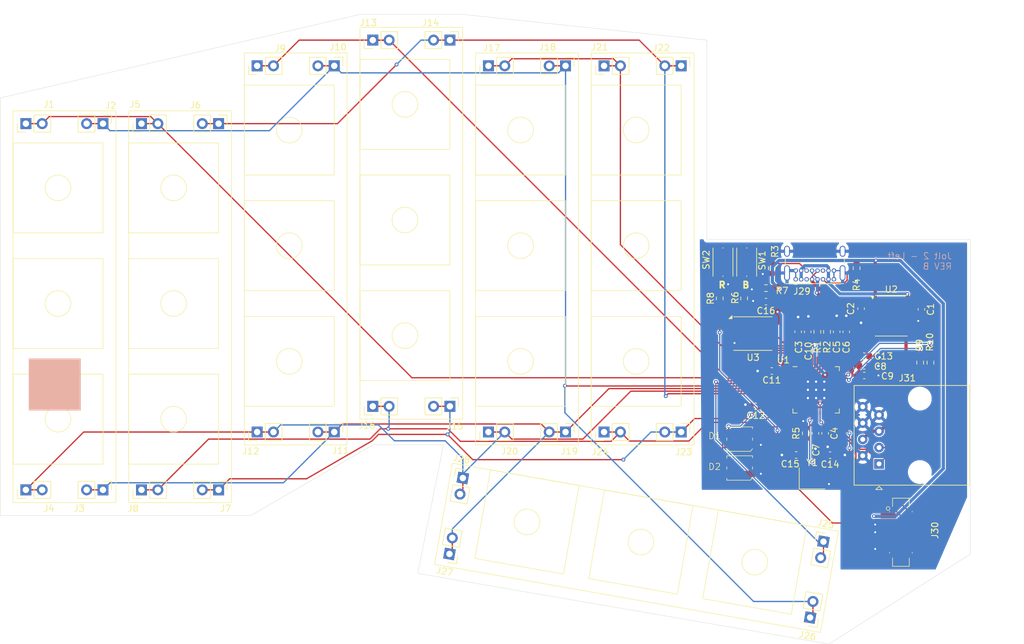
<source format=kicad_pcb>
(kicad_pcb (version 20240108) (generator "pcbnew") (generator_version "8.0")
  (layers (0 "F.Cu" signal) (31 "B.Cu" signal) (34 "B.Paste" user) (35 "F.Paste" user) (36 "B.SilkS" user "B.Silkscreen") (37 "F.SilkS" user "F.Silkscreen") (38 "B.Mask" user) (39 "F.Mask" user) (44 "Edge.Cuts" user))
  (net 0 "")
  (net 1 "/COL-A")
  (net 2 "/ROW-A")
  (net 3 "/ROW-B")
  (net 4 "/ROW-C")
  (net 5 "/ROW-D")
  (net 6 "/ROW-E")
  (net 7 "/ROW-F")
  (net 8 "/COL-B")
  (net 9 "/COL-C")
  (net 10 "/COL-D")
  (net 11 "Net-(SW2-B)")
  (net 26 "SERRX")
  (net 29 "SERTX")
  (net 30 "RUN")
  (net 32 "VBUS")
  (net 33 "GND")
  (net 37 "+3.3V")
  (net 38 "+1V1")
  (net 39 "/USB_D+")
  (net 40 "Net-(J29-CC2)")
  (net 41 "/USB_D-")
  (net 42 "Net-(J29-CC1)")
  (net 43 "Net-(U1-USB_DP)")
  (net 44 "Net-(U1-USB_DM)")
  (net 45 "Net-(U1-XIN)")
  (net 46 "Net-(C15-Pad2)")
  (net 47 "Net-(U1-XOUT)")
  (net 48 "Net-(SW1-B)")
  (net 49 "QSPI.SS")
  (net 50 "QSPI.SD1")
  (net 51 "QSPI.SCLK")
  (net 52 "QSPI.SD3")
  (net 53 "QSPI.SD2")
  (net 54 "QSPI.SD0")
  (net 55 "RGB")
  (net 56 "SWDIO")
  (net 57 "SWCLK")
  (net 61 "Net-(J31-Pad1)")
  (net 62 "Net-(J31-Pad3)")
  (net 63 "Net-(D1-DOUT)")
  (footprint "davidb-keyboard-foot:RP2040-QFN-56" (layer "F.Cu") (at 164 126.4375)
    (property "Reference" "U1")
    (property "Value" "RP2040")
  )
  (footprint "Button_Switch_SMD:SW_Push_1P1T_NO_CK_KMR2" (layer "F.Cu") (at 149.5 106.55 -90)
    (property "Reference" "SW2")
    (property "Value" "SW_SPST")
  )
  (footprint "Resistor_SMD:R_0603_1608Metric_Pad0.98x0.95mm_HandSolder" (layer "F.Cu") (at 180.2 122.2 90)
    (property "Reference" "R9")
    (property "Value" "27")
  )
  (footprint "Crystal:Crystal_SMD_Abracon_ABM8G-4Pin_3.2x2.5mm" (layer "F.Cu") (at 163.375 140.225)
    (property "Reference" "Y1")
    (property "Value" "ABM8-272-T3")
  )
  (footprint "davidb-keyboard-foot:Cortex-M-Debug10" (layer "F.Cu") (at 177.2 148.6)
    (property "Reference" "J30")
    (property "Value" "Conn_ARM_JTAG_SWD_10")
  )
  (footprint "Capacitor_SMD:C_0603_1608Metric" (layer "F.Cu") (at 157.1 123.5 180)
    (property "Reference" "C11")
    (property "Value" "100n")
  )
  (footprint "Capacitor_SMD:C_0603_1608Metric" (layer "F.Cu") (at 171 113.8 -90)
    (property "Reference" "C2")
    (property "Value" "10u")
  )
  (footprint "Connector_PinHeader_2.54mm:PinHeader_1x02_P2.54mm_Vertical" (layer "F.Cu") (at 95 72 90)
    (property "Reference" "J13")
    (property "Value" "Conn_01x02_Pin")
  )
  (footprint "Connector_PinHeader_2.54mm:PinHeader_1x02_P2.54mm_Vertical" (layer "F.Cu") (at 113 133 90)
    (property "Reference" "J20")
    (property "Value" "Conn_01x02_Pin")
  )
  (footprint "Capacitor_SMD:C_0603_1608Metric" (layer "F.Cu") (at 166.175 136.6 180)
    (property "Reference" "C14")
    (property "Value" "12p")
  )
  (footprint "Capacitor_SMD:C_0603_1608Metric" (layer "F.Cu") (at 171.5 122.7)
    (property "Reference" "C8")
    (property "Value" "100n")
  )
  (footprint "Connector_PinHeader_2.54mm:PinHeader_1x02_P2.54mm_Vertical" (layer "F.Cu") (at 89 76 -90)
    (property "Reference" "J10")
    (property "Value" "Conn_01x02_Pin")
  )
  (footprint "Connector_PinHeader_2.54mm:PinHeader_1x02_P2.54mm_Vertical" (layer "F.Cu") (at 165.150895 150.060515 -10)
    (property "Reference" "J25")
    (property "Value" "Conn_01x02_Pin")
  )
  (footprint "Package_SON:WSON-8-1EP_6x5mm_P1.27mm_EP3.4x4.3mm" (layer "F.Cu") (at 154.15 117.675)
    (property "Reference" "U3")
    (property "Value" "W25Q128JVP")
  )
  (footprint "Capacitor_SMD:C_0603_1608Metric" (layer "F.Cu") (at 160.9 136.575)
    (property "Reference" "C15")
    (property "Value" "12p")
  )
  (footprint "Connector_PinHeader_2.54mm:PinHeader_1x02_P2.54mm_Vertical" (layer "F.Cu") (at 59 85 90)
    (property "Reference" "J5")
    (property "Value" "Conn_01x02_Pin")
  )
  (footprint "Capacitor_SMD:C_0603_1608Metric" (layer "F.Cu") (at 165.4 133.2 -90)
    (property "Reference" "C4")
    (property "Value" "100n")
  )
  (footprint "Connector_PinHeader_2.54mm:PinHeader_1x02_P2.54mm_Vertical" (layer "F.Cu") (at 41 85 90)
    (property "Reference" "J1")
    (property "Value" "Conn_01x02_Pin")
  )
  (footprint "Connector_PinHeader_2.54mm:PinHeader_1x02_P2.54mm_Vertical" (layer "F.Cu") (at 77 133 90)
    (property "Reference" "J12")
    (property "Value" "Conn_01x02_Pin")
  )
  (footprint "davidb-keyboard-foot:SK6812-MINI-HS" (layer "F.Cu") (at 152.1 138.6 180)
    (property "Reference" "D2")
    (property "Value" "SK6812MINI-HS")
  )
  (footprint "Resistor_SMD:R_0603_1608Metric_Pad0.98x0.95mm_HandSolder" (layer "F.Cu") (at 181.8 122.2 90)
    (property "Reference" "R10")
    (property "Value" "27")
  )
  (footprint "Capacitor_SMD:C_0603_1608Metric" (layer "F.Cu") (at 163.9 133.2 -90)
    (property "Reference" "C7")
    (property "Value" "100n")
  )
  (footprint "davidb-keyboard-foot:SK6812-MINI-HS" (layer "F.Cu") (at 152.1 134.1 180)
    (property "Reference" "D1")
    (property "Value" "SK6812MINI-HS")
  )
  (footprint "Resistor_SMD:R_0603_1608Metric" (layer "F.Cu") (at 152.8 112.2 -90)
    (property "Reference" "R6")
    (property "Value" "1k")
  )
  (footprint "Connector_PinHeader_2.54mm:PinHeader_1x02_P2.54mm_Vertical" (layer "F.Cu") (at 53 85 -90)
    (property "Reference" "J2")
    (property "Value" "Conn_01x02_Pin")
  )
  (footprint "Connector_PinHeader_2.54mm:PinHeader_1x02_P2.54mm_Vertical" (layer "F.Cu") (at 77 76 90)
    (property "Reference" "J9")
    (property "Value" "Conn_01x02_Pin")
  )
  (footprint "Connector_PinHeader_2.54mm:PinHeader_1x02_P2.54mm_Vertical" (layer "F.Cu") (at 131 76 90)
    (property "Reference" "J21")
    (property "Value" "Conn_01x02_Pin")
  )
  (footprint "Resistor_SMD:R_0603_1608Metric" (layer "F.Cu") (at 165.7 117.4 90)
    (property "Reference" "R2")
    (property "Value" "27")
  )
  (footprint "Connector_PinHeader_2.54mm:PinHeader_1x02_P2.54mm_Vertical" (layer "F.Cu") (at 125 76 -90)
    (property "Reference" "J18")
    (property "Value" "Conn_01x02_Pin")
  )
  (footprint "Capacitor_SMD:C_0603_1608Metric" (layer "F.Cu") (at 162.7 117.4 90)
    (property "Reference" "C10")
    (property "Value" "100n")
  )
  (footprint "Resistor_SMD:R_0603_1608Metric" (layer "F.Cu") (at 157.1 107.5 -90)
    (property "Reference" "R3")
    (property "Value" "5.1k")
  )
  (footprint "Resistor_SMD:R_0603_1608Metric" (layer "F.Cu") (at 164.2 117.4 90)
    (property "Reference" "R1")
    (property "Value" "27")
  )
  (footprint "Capacitor_SMD:C_0603_1608Metric" (layer "F.Cu") (at 156.2 112.7 180)
    (property "Reference" "C16")
    (property "Value" "100n")
  )
  (footprint "Connector_RJ:RJ45_Amphenol_54602-x08_Horizontal" (layer "F.Cu") (at 173.8 137.96 90)
    (property "Reference" "J31")
    (property "Value" "RJ45")
  )
  (footprint "Connector_PinHeader_2.54mm:PinHeader_1x02_P2.54mm_Vertical" (layer "F.Cu") (at 107 129 -90)
    (property "Reference" "J15")
    (property "Value" "Conn_01x02_Pin")
  )
  (footprint "Resistor_SMD:R_0603_1608Metric" (layer "F.Cu") (at 156.2 110.6)
    (property "Reference" "R7")
    (property "Value" "10k")
  )
  (footprint "Button_Switch_SMD:SW_Push_1P1T_NO_CK_KMR2" (layer "F.Cu") (at 153.2 106.55 -90)
    (property "Reference" "SW1")
    (property "Value" "SW_SPST")
  )
  (footprint "Connector_PinHeader_2.54mm:PinHeader_1x02_P2.54mm_Vertical" (layer "F.Cu") (at 106.933075 151.980261 170)
    (property "Reference" "J27")
    (property "Value" "Conn_01x02_Pin")
  )
  (footprint "davidb-keyboard-foot:AP2112M-SO8" (layer "F.Cu") (at 175.7 114.9)
    (property "Reference" "U2")
    (property "Value" "AP2112-M3.3")
  )
  (footprint "Connector_PinHeader_2.54mm:PinHeader_1x02_P2.54mm_Vertical" (layer "F.Cu") (at 163.067117 161.878208 170)
    (property "Reference" "J26")
    (property "Value" "Conn_01x02_Pin")
  )
  (footprint "Connector_PinHeader_2.54mm:PinHeader_1x02_P2.54mm_Vertical" (layer "F.Cu") (at 113 76 90)
    (property "Reference" "J17")
    (property "Value" "Conn_01x02_Pin")
  )
  (footprint "Connector_PinHeader_2.54mm:PinHeader_1x02_P2.54mm_Vertical" (layer "F.Cu") (at 71 142 -90)
    (property "Reference" "J7")
    (property "Value" "Conn_01x02_Pin")
  )
  (footprint "Connector_PinHeader_2.54mm:PinHeader_1x02_P2.54mm_Vertical" (layer "F.Cu") (at 143 76 -90)
    (property "Reference" "J22")
    (property "Value" "Conn_01x02_Pin")
  )
  (footprint "Connector_PinHeader_2.54mm:PinHeader_1x02_P2.54mm_Vertical" (layer "F.Cu") (at 89 133 -90)
    (property "Reference" "J11")
    (property "Value" "Conn_01x02_Pin")
  )
  (footprint "Resistor_SMD:R_0603_1608Metric" (layer "F.Cu") (at 162.4 133.2 90)
    (property "Reference" "R5")
    (property "Value" "1k")
  )
  (footprint "Connector_PinHeader_2.54mm:PinHeader_1x02_P2.54mm_Vertical" (layer "F.Cu") (at 71 85 -90)
    (property "Reference" "J6")
    (property "Value" "Conn_01x02_Pin")
  )
  (footprint "Capacitor_SMD:C_0603_1608Metric" (layer "F.Cu") (at 167.2 117.4 90)
    (property "Reference" "C5")
    (property "Value" "1u")
  )
  (footprint "Connector_PinHeader_2.54mm:PinHeader_1x02_P2.54mm_Vertical" (layer "F.Cu") (at 131 133 90)
    (property "Reference" "J24")
    (property "Value" "Conn_01x02_Pin")
  )
  (footprint "Connector_PinHeader_2.54mm:PinHeader_1x02_P2.54mm_Vertical" (layer "F.Cu") (at 53 142 -90)
    (property "Reference" "J3")
    (property "Value" "Conn_01x02_Pin")
  )
  (footprint "davidb-keyboard-foot:USB_C_Receptacle_GCT_USB4085" (layer "F.Cu") (at 166.775 109.225 180)
    (property "Reference" "J29")
    (property "Value" "USB_C_Receptacle_USB2.0_14P")
  )
  (footprint "Connector_PinHeader_2.54mm:PinHeader_1x02_P2.54mm_Vertical" (layer "F.Cu") (at 125 133 -90)
    (property "Reference" "J19")
    (property "Value" "Conn_01x02_Pin")
  )
  (footprint "Resistor_SMD:R_0603_1608Metric" (layer "F.Cu") (at 170.3 107.5 -90)
    (property "Reference" "R4")
    (property "Value" "5.1k")
  )
  (footprint "Connector_PinHeader_2.54mm:PinHeader_1x02_P2.54mm_Vertical" (layer "F.Cu") (at 95 129 90)
    (property "Reference" "J16")
    (property "Value" "Conn_01x02_Pin")
  )
  (footprint "Capacitor_SMD:C_0603_1608Metric" (layer "F.Cu") (at 180.4 113.905 -90)
    (property "Reference" "C1")
    (property "Value" "10u")
  )
  (footprint "Connector_PinHeader_2.54mm:PinHeader_1x02_P2.54mm_Vertical" (layer "F.Cu") (at 41 142 90)
    (property "Reference" "J4")
    (property "Value" "Conn_01x02_Pin")
  )
  (footprint "Capacitor_SMD:C_0603_1608Metric" (layer "F.Cu") (at 171.5 121.2)
    (property "Reference" "C13")
    (property "Value" "100n")
  )
  (footprint "Capacitor_SMD:C_0603_1608Metric" (layer "F.Cu") (at 154.6 129 180)
    (property "Reference" "C12")
    (property "Value" "100n")
  )
  (footprint "Connector_PinHeader_2.54mm:PinHeader_1x02_P2.54mm_Vertical" (layer "F.Cu") (at 143 133 -90)
    (property "Reference" "J23")
    (property "Value" "Conn_01x02_Pin")
  )
  (footprint "Resistor_SMD:R_0603_1608Metric" (layer "F.Cu") (at 149 112.2 90)
    (property "Reference" "R8")
    (property "Value" "1k")
  )
  (footprint "Connector_PinHeader_2.54mm:PinHeader_1x02_P2.54mm_Vertical" (layer "F.Cu") (at 59 142 90)
    (property "Reference" "J8")
    (property "Value" "Conn_01x02_Pin")
  )
  (footprint "Capacitor_SMD:C_0603_1608Metric" (layer "F.Cu") (at 171.5 124.2)
    (property "Reference" "C9")
    (property "Value" "100n")
  )
  (footprint "Connector_PinHeader_2.54mm:PinHeader_1x02_P2.54mm_Vertical" (layer "F.Cu") (at 109.016853 140.162568 -10)
    (property "Reference" "J28")
    (property "Value" "Conn_01x02_Pin")
  )
  (footprint "Connector_PinHeader_2.54mm:PinHeader_1x02_P2.54mm_Vertical" (layer "F.Cu") (at 107 72 -90)
    (property "Reference" "J14")
    (property "Value" "Conn_01x02_Pin")
  )
  (footprint "Capacitor_SMD:C_0603_1608Metric" (layer "F.Cu") (at 168.7 117.4 90)
    (property "Reference" "C6")
    (property "Value" "1u")
  )
  (footprint "Capacitor_SMD:C_0603_1608Metric" (layer "F.Cu") (at 161.2 117.4 90)
    (property "Reference" "C3")
    (property "Value" "100n")
  )
  (gr_rect (start 41.5 121.6) (end 49.5 129.6) (stroke (width 0.1)) (fill solid) (layer "B.SilkS"))
  (gr_circle (center 136 86) (end 138 86) (stroke (width 0.1)) (fill none) (layer "F.SilkS"))
  (gr_rect (start 93 111) (end 107 125) (stroke (width 0.1)) (fill none) (layer "F.SilkS"))
  (gr_rect (start 111 115) (end 125 129) (stroke (width 0.1)) (fill none) (layer "F.SilkS"))
  (gr_circle (center 100 82) (end 102 82) (stroke (width 0.1)) (fill none) (layer "F.SilkS"))
  (gr_rect (start 39 88) (end 53 102) (stroke (width 0.1)) (fill none) (layer "F.SilkS"))
  (gr_rect (start 57 106) (end 71 120) (stroke (width 0.1)) (fill none) (layer "F.SilkS"))
  (gr_rect (start 129 97) (end 143 111) (stroke (width 0.1)) (fill none) (layer "F.SilkS"))
  (gr_rect (start 75 115) (end 89 129) (stroke (width 0.1)) (fill none) (layer "F.SilkS"))
  (gr_circle (center 46 95) (end 48 95) (stroke (width 0.1)) (fill none) (layer "F.SilkS"))
  (gr_poly (pts (xy 107.394534 137.845657) (xy 167.467807 148.438195) (xy 164.689436 164.195119) (xy 104.616163 153.602581)) (stroke (width 0.1)) (fill none) (layer "F.SilkS"))
  (gr_circle (center 82 122) (end 84 122) (stroke (width 0.1)) (fill none) (layer "F.SilkS"))
  (gr_rect (start 129 74) (end 145 135) (stroke (width 0.1)) (fill none) (layer "F.SilkS"))
  (gr_rect (start 111 74) (end 127 135) (stroke (width 0.1)) (fill none) (layer "F.SilkS"))
  (gr_rect (start 75 97) (end 89 111) (stroke (width 0.1)) (fill none) (layer "F.SilkS"))
  (gr_rect (start 93 93) (end 107 107) (stroke (width 0.1)) (fill none) (layer "F.SilkS"))
  (gr_circle (center 136 104) (end 138 104) (stroke (width 0.1)) (fill none) (layer "F.SilkS"))
  (gr_rect (start 111 97) (end 125 111) (stroke (width 0.1)) (fill none) (layer "F.SilkS"))
  (gr_rect (start 57 124) (end 71 138) (stroke (width 0.1)) (fill none) (layer "F.SilkS"))
  (gr_circle (center 100 118) (end 102 118) (stroke (width 0.1)) (fill none) (layer "F.SilkS"))
  (gr_rect (start 75 79) (end 89 93) (stroke (width 0.1)) (fill none) (layer "F.SilkS"))
  (gr_circle (center 64 131) (end 66 131) (stroke (width 0.1)) (fill none) (layer "F.SilkS"))
  (gr_poly (pts (xy 144.835731 144.44755) (xy 131.048423 142.016475) (xy 128.617348 155.803784) (xy 142.404657 158.234858)) (stroke (width 0.1)) (fill none) (layer "F.SilkS"))
  (gr_circle (center 118 122) (end 120 122) (stroke (width 0.1)) (fill none) (layer "F.SilkS"))
  (gr_circle (center 119 147) (end 118.652704 148.969615) (stroke (width 0.1)) (fill none) (layer "F.SilkS"))
  (gr_circle (center 136 122) (end 138 122) (stroke (width 0.1)) (fill none) (layer "F.SilkS"))
  (gr_circle (center 154.453079 153.251334) (end 154.105783 155.22095) (stroke (width 0.1)) (fill none) (layer "F.SilkS"))
  (gr_poly (pts (xy 162.562271 147.573217) (xy 148.774962 145.142143) (xy 146.343888 158.929451) (xy 160.131196 161.360526)) (stroke (width 0.1)) (fill none) (layer "F.SilkS"))
  (gr_circle (center 82 86) (end 84 86) (stroke (width 0.1)) (fill none) (layer "F.SilkS"))
  (gr_circle (center 118 86) (end 120 86) (stroke (width 0.1)) (fill none) (layer "F.SilkS"))
  (gr_rect (start 39 83) (end 55 144) (stroke (width 0.1)) (fill none) (layer "F.SilkS"))
  (gr_rect (start 93 75) (end 107 89) (stroke (width 0.1)) (fill none) (layer "F.SilkS"))
  (gr_circle (center 64 95) (end 66 95) (stroke (width 0.1)) (fill none) (layer "F.SilkS"))
  (gr_circle (center 100 100) (end 102 100) (stroke (width 0.1)) (fill none) (layer "F.SilkS"))
  (gr_rect (start 39 124) (end 53 138) (stroke (width 0.1)) (fill none) (layer "F.SilkS"))
  (gr_circle (center 118 104) (end 120 104) (stroke (width 0.1)) (fill none) (layer "F.SilkS"))
  (gr_rect (start 93 70) (end 109 131) (stroke (width 0.1)) (fill none) (layer "F.SilkS"))
  (gr_rect (start 57 83) (end 73 144) (stroke (width 0.1)) (fill none) (layer "F.SilkS"))
  (gr_circle (center 46 131) (end 48 131) (stroke (width 0.1)) (fill none) (layer "F.SilkS"))
  (gr_rect (start 39 106) (end 53 120) (stroke (width 0.1)) (fill none) (layer "F.SilkS"))
  (gr_circle (center 136.72654 150.125667) (end 136.379243 152.095282) (stroke (width 0.1)) (fill none) (layer "F.SilkS"))
  (gr_rect (start 75 74) (end 91 135) (stroke (width 0.1)) (fill none) (layer "F.SilkS"))
  (gr_rect (start 57 88) (end 71 102) (stroke (width 0.1)) (fill none) (layer "F.SilkS"))
  (gr_circle (center 46 113) (end 48 113) (stroke (width 0.1)) (fill none) (layer "F.SilkS"))
  (gr_rect (start 129 115) (end 143 129) (stroke (width 0.1)) (fill none) (layer "F.SilkS"))
  (gr_poly (pts (xy 127.109192 141.321883) (xy 113.321883 138.890808) (xy 110.890809 152.678117) (xy 124.678117 155.109191)) (stroke (width 0.1)) (fill none) (layer "F.SilkS"))
  (gr_rect (start 111 79) (end 125 93) (stroke (width 0.1)) (fill none) (layer "F.SilkS"))
  (gr_rect (start 129 79) (end 143 93) (stroke (width 0.1)) (fill none) (layer "F.SilkS"))
  (gr_circle (center 82 104) (end 84 104) (stroke (width 0.1)) (fill none) (layer "F.SilkS"))
  (gr_circle (center 64 113) (end 66 113) (stroke (width 0.1)) (fill none) (layer "F.SilkS"))
  (gr_poly (pts (xy 188 103) (xy 147 103) (xy 147 72) (xy 109 68) (xy 93 68) (xy 37 81) (xy 37 146) (xy 76 146) (xy 95 135) (xy 106 135) (xy 102 155) (xy 166 166) (xy 188 152)) (stroke (width 0.05)) (fill none) (layer "Edge.Cuts"))
  (gr_text "Jolt 2 - Left\nREV B" (at 185.2 107.8 0) (layer "B.SilkS") (effects (font (size 1 1) (thickness 0.1)) (justify left bottom mirror)))
  (gr_text "B" (at 152.4 110.7 0) (layer "F.SilkS") (effects (font (size 1 1) (thickness 0.25) (bold yes)) (justify left bottom)))
  (gr_text "R" (at 148.7 110.7 0) (layer "F.SilkS") (effects (font (size 1 1) (thickness 0.25) (bold yes)) (justify left bottom)))
  (segment (start 59 85) (end 61.54 85) (width 0.2) (layer "F.Cu") (net 1))
  (segment (start 60.44 83.9) (end 61.54 85) (width 0.2) (layer "F.Cu") (net 1))
  (segment (start 149.156739 125.0375) (end 148.669239 124.55) (width 0.2) (layer "F.Cu") (net 1))
  (segment (start 160.5625 125.0375) (end 149.156739 125.0375) (width 0.2) (layer "F.Cu") (net 1))
  (segment (start 148.669239 124.55) (end 101.09 124.55) (width 0.2) (layer "F.Cu") (net 1))
  (segment (start 44.64 83.9) (end 60.44 83.9) (width 0.2) (layer "F.Cu") (net 1))
  (segment (start 101.09 124.55) (end 61.54 85) (width 0.2) (layer "F.Cu") (net 1))
  (segment (start 41 85) (end 43.54 85) (width 0.2) (layer "F.Cu") (net 1))
  (segment (start 43.54 85) (end 44.64 83.9) (width 0.2) (layer "F.Cu") (net 1))
  (segment (start 50.46 85) (end 53 85) (width 0.2) (layer "F.Cu") (net 2))
  (segment (start 163.508183 159.376796) (end 163.508183 161.437142) (width 0.2) (layer "F.Cu") (net 2))
  (segment (start 163.508183 161.437142) (end 163.067117 161.878208) (width 0.2) (layer "F.Cu") (net 2))
  (segment (start 124.9375 125.8375) (end 124.9 125.8) (width 0.2) (layer "F.Cu") (net 2))
  (segment (start 122.46 76) (end 125 76) (width 0.2) (layer "F.Cu") (net 2))
  (segment (start 86.46 76) (end 89 76) (width 0.2) (layer "F.Cu") (net 2))
  (segment (start 160.5625 125.8375) (end 124.9375 125.8375) (width 0.2) (layer "F.Cu") (net 2))
  (via (at 124.9 125.8) (size 0.6) (drill 0.3) (layers "F.Cu" "B.Cu") (net 2))
  (segment (start 125 76) (end 123.9 77.1) (width 0.2) (layer "B.Cu") (net 2))
  (segment (start 123.9 77.1) (end 90.1 77.1) (width 0.2) (layer "B.Cu") (net 2))
  (segment (start 124.9 130) (end 154.276796 159.376796) (width 0.2) (layer "B.Cu") (net 2))
  (segment (start 154.276796 159.376796) (end 163.508183 159.376796) (width 0.2) (layer "B.Cu") (net 2))
  (segment (start 124.9 125.8) (end 124.9 130) (width 0.2) (layer "B.Cu") (net 2))
  (segment (start 89 76) (end 78.9 86.1) (width 0.2) (layer "B.Cu") (net 2))
  (segment (start 90.1 77.1) (end 89 76) (width 0.2) (layer "B.Cu") (net 2))
  (segment (start 124.9 125.8) (end 125 125.7) (width 0.2) (layer "B.Cu") (net 2))
  (segment (start 125 125.7) (end 125 76) (width 0.2) (layer "B.Cu") (net 2))
  (segment (start 54.1 86.1) (end 53 85) (width 0.2) (layer "B.Cu") (net 2))
  (segment (start 78.9 86.1) (end 54.1 86.1) (width 0.2) (layer "B.Cu") (net 2))
  (segment (start 131.7625 126.2375) (end 125 133) (width 0.2) (layer "F.Cu") (net 3))
  (segment (start 121.21 131.75) (end 90.25 131.75) (width 0.2) (layer "F.Cu") (net 3))
  (segment (start 122.46 133) (end 121.21 131.75) (width 0.2) (layer "F.Cu") (net 3))
  (segment (start 160.5625 126.2375) (end 131.7625 126.2375) (width 0.2) (layer "F.Cu") (net 3))
  (segment (start 107.374141 151.539195) (end 106.933075 151.980261) (width 0.2) (layer "F.Cu") (net 3))
  (segment (start 107.374141 149.478849) (end 107.374141 151.539195) (width 0.2) (layer "F.Cu") (net 3))
  (segment (start 50.46 142) (end 53 142) (width 0.2) (layer "F.Cu") (net 3))
  (segment (start 90.25 131.75) (end 89 133) (width 0.2) (layer "F.Cu") (net 3))
  (segment (start 122.46 133) (end 125 133) (width 0.2) (layer "F.Cu") (net 3))
  (segment (start 86.46 133) (end 89 133) (width 0.2) (layer "F.Cu") (net 3))
  (segment (start 53 142) (end 54.1 140.9) (width 0.2) (layer "B.Cu") (net 3))
  (segment (start 81.1 140.9) (end 89 133) (width 0.2) (layer "B.Cu") (net 3))
  (segment (start 54.1 140.9) (end 81.1 140.9) (width 0.2) (layer "B.Cu") (net 3))
  (segment (start 107.374141 149.478849) (end 107.374141 148.085859) (width 0.2) (layer "B.Cu") (net 3))
  (segment (start 107.374141 148.085859) (end 122.46 133) (width 0.2) (layer "B.Cu") (net 3))
  (segment (start 135.1625 126.6375) (end 127.7 134.1) (width 0.2) (layer "F.Cu") (net 4))
  (segment (start 50 133) (end 77 133) (width 0.2) (layer "F.Cu") (net 4))
  (segment (start 127.7 134.1) (end 116.64 134.1) (width 0.2) (layer "F.Cu") (net 4))
  (segment (start 116.64 134.1) (end 115.54 133) (width 0.2) (layer "F.Cu") (net 4))
  (segment (start 41 142) (end 43.54 142) (width 0.2) (layer "F.Cu") (net 4))
  (segment (start 160.5625 126.6375) (end 135.1625 126.6375) (width 0.2) (layer "F.Cu") (net 4))
  (segment (start 41 142) (end 50 133) (width 0.2) (layer "F.Cu") (net 4))
  (segment (start 113 133) (end 115.54 133) (width 0.2) (layer "F.Cu") (net 4))
  (segment (start 77 133) (end 79.54 133) (width 0.2) (layer "F.Cu") (net 4))
  (segment (start 109.016853 142.222914) (end 108.575787 142.66398) (width 0.2) (layer "F.Cu") (net 4))
  (segment (start 109.016853 140.162568) (end 109.016853 142.222914) (width 0.2) (layer "F.Cu") (net 4))
  (segment (start 79.54 133) (end 80.64 131.9) (width 0.2) (layer "B.Cu") (net 4))
  (segment (start 109.016853 140.162568) (end 109.016853 139.523147) (width 0.2) (layer "B.Cu") (net 4))
  (segment (start 80.64 131.9) (end 95.9 131.9) (width 0.2) (layer "B.Cu") (net 4))
  (segment (start 109.016853 139.523147) (end 115.54 133) (width 0.2) (layer "B.Cu") (net 4))
  (segment (start 95.9 131.9) (end 98.362912 134.362912) (width 0.2) (layer "B.Cu") (net 4))
  (segment (start 109.016853 137.115873) (end 109.016853 140.162568) (width 0.2) (layer "B.Cu") (net 4))
  (segment (start 98.362912 134.362912) (end 106.263892 134.362912) (width 0.2) (layer "B.Cu") (net 4))
  (segment (start 106.263892 134.362912) (end 109.016853 137.115873) (width 0.2) (layer "B.Cu") (net 4))
  (segment (start 107 72) (end 136.46 72) (width 0.2) (layer "F.Cu") (net 5))
  (segment (start 140.46 76) (end 143 76) (width 0.2) (layer "F.Cu") (net 5))
  (segment (start 160.5625 127.0375) (end 140.962506 127.0375) (width 0.2) (layer "F.Cu") (net 5))
  (segment (start 140.962506 127.0375) (end 140.600006 127.4) (width 0.2) (layer "F.Cu") (net 5))
  (segment (start 136.46 72) (end 140.46 76) (width 0.2) (layer "F.Cu") (net 5))
  (segment (start 71 85) (end 89.5 85) (width 0.2) (layer "F.Cu") (net 5))
  (segment (start 71 85) (end 68.46 85) (width 0.2) (layer "F.Cu") (net 5))
  (segment (start 104.46 72) (end 107 72) (width 0.2) (layer "F.Cu") (net 5))
  (segment (start 89.5 85) (end 98.7 75.8) (width 0.2) (layer "F.Cu") (net 5))
  (via (at 98.7 75.8) (size 0.6) (drill 0.3) (layers "F.Cu" "B.Cu") (net 5))
  (via (at 140.600006 127.4) (size 0.6) (drill 0.3) (layers "F.Cu" "B.Cu") (net 5))
  (segment (start 98.7 75.8) (end 102.5 72) (width 0.2) (layer "B.Cu") (net 5))
  (segment (start 102.5 72) (end 104.46 72) (width 0.2) (layer "B.Cu") (net 5))
  (segment (start 140.46 76) (end 140.46 127.259994) (width 0.2) (layer "B.Cu") (net 5))
  (segment (start 140.46 127.259994) (end 140.600006 127.4) (width 0.2) (layer "B.Cu") (net 5))
  (segment (start 71 142) (end 72.722575 140.277425) (width 0.2) (layer "F.Cu") (net 6))
  (segment (start 94.914461 134.356222) (end 95.89893 133.371753) (width 0.2) (layer "F.Cu") (net 6))
  (segment (start 84.686929 140.277425) (end 94.914461 134.356222) (width 0.2) (layer "F.Cu") (net 6))
  (segment (start 160.5625 127.8375) (end 157.690486 127.8375) (width 0.2) (layer "F.Cu") (net 6))
  (segment (start 110.556494 137.3) (end 106.628247 133.371753) (width 0.2) (layer "F.Cu") (net 6))
  (segment (start 145.1 130.9) (end 143 133) (width 0.2) (layer "F.Cu") (net 6))
  (segment (start 140.46 133) (end 143 133) (width 0.2) (layer "F.Cu") (net 6))
  (segment (start 134 137.3) (end 110.556494 137.3) (width 0.2) (layer "F.Cu") (net 6))
  (segment (start 157.690486 127.8375) (end 154.627986 130.9) (width 0.2) (layer "F.Cu") (net 6))
  (segment (start 68.46 142) (end 71 142) (width 0.2) (layer "F.Cu") (net 6))
  (segment (start 104.46 129) (end 107 129) (width 0.2) (layer "F.Cu") (net 6))
  (segment (start 154.627986 130.9) (end 145.1 130.9) (width 0.2) (layer "F.Cu") (net 6))
  (segment (start 72.722575 140.277425) (end 84.686929 140.277425) (width 0.2) (layer "F.Cu") (net 6))
  (segment (start 95.89893 133.371753) (end 106.628247 133.371753) (width 0.2) (layer "F.Cu") (net 6))
  (via (at 106.628247 133.371753) (size 0.6) (drill 0.3) (layers "F.Cu" "B.Cu") (net 6))
  (via (at 134 137.3) (size 0.6) (drill 0.3) (layers "F.Cu" "B.Cu") (net 6))
  (segment (start 143 133) (end 138.3 133) (width 0.2) (layer "B.Cu") (net 6))
  (segment (start 107 129) (end 107 133) (width 0.2) (layer "B.Cu") (net 6))
  (segment (start 107 133) (end 106.628247 133.371753) (width 0.2) (layer "B.Cu") (net 6))
  (segment (start 138.3 133) (end 134 137.3) (width 0.2) (layer "B.Cu") (net 6))
  (segment (start 144.2 134.4) (end 134.94 134.4) (width 0.2) (layer "F.Cu") (net 7))
  (segment (start 160.5625 128.2375) (end 157.78546 128.2375) (width 0.2) (layer "F.Cu") (net 7))
  (segment (start 97.4 132.5) (end 96.156497 132.5) (width 0.2) (layer "F.Cu") (net 7))
  (segment (start 134.94 134.4) (end 133.54 133) (width 0.2) (layer "F.Cu") (net 7))
  (segment (start 155.8 131.5) (end 147.1 131.5) (width 0.2) (layer "F.Cu") (net 7))
  (segment (start 106.675734 132.5) (end 97.4 132.5) (width 0.2) (layer "F.Cu") (net 7))
  (segment (start 95 129) (end 97.54 129) (width 0.2) (layer "F.Cu") (net 7))
  (segment (start 94.556497 134.1) (end 69.44 134.1) (width 0.2) (layer "F.Cu") (net 7))
  (segment (start 69.44 134.1) (end 61.54 142) (width 0.2) (layer "F.Cu") (net 7))
  (segment (start 131 133) (end 133.54 133) (width 0.2) (layer "F.Cu") (net 7))
  (segment (start 108.625734 134.45) (end 106.675734 132.5) (width 0.2) (layer "F.Cu") (net 7))
  (segment (start 96.156497 132.5) (end 94.556497 134.1) (width 0.2) (layer "F.Cu") (net 7))
  (segment (start 59 142) (end 61.54 142) (width 0.2) (layer "F.Cu") (net 7))
  (segment (start 147.1 131.5) (end 144.2 134.4) (width 0.2) (layer "F.Cu") (net 7))
  (segment (start 132.09 134.45) (end 108.625734 134.45) (width 0.2) (layer "F.Cu") (net 7))
  (segment (start 157.78546 129.51454) (end 155.8 131.5) (width 0.2) (layer "F.Cu") (net 7))
  (segment (start 133.54 133) (end 132.09 134.45) (width 0.2) (layer "F.Cu") (net 7))
  (segment (start 157.78546 128.2375) (end 157.78546 129.51454) (width 0.2) (layer "F.Cu") (net 7))
  (via (at 97.4 132.5) (size 0.6) (drill 0.3) (layers "F.Cu" "B.Cu") (net 7))
  (segment (start 97.4 132.5) (end 97.4 132.2) (width 0.2) (layer "B.Cu") (net 7))
  (segment (start 97.4 132.2) (end 97.54 132.06) (width 0.2) (layer "B.Cu") (net 7))
  (segment (start 97.54 132.06) (end 97.54 129) (width 0.2) (layer "B.Cu") (net 7))
  (segment (start 150.1775 124.6375) (end 97.54 72) (width 0.2) (layer "F.Cu") (net 8))
  (segment (start 95 72) (end 97.54 72) (width 0.2) (layer "F.Cu") (net 8))
  (segment (start 160.5625 124.6375) (end 150.1775 124.6375) (width 0.2) (layer "F.Cu") (net 8))
  (segment (start 97.54 72) (end 83.54 72) (width 0.2) (layer "F.Cu") (net 8))
  (segment (start 77 76) (end 79.54 76) (width 0.2) (layer "F.Cu") (net 8))
  (segment (start 83.54 72) (end 79.54 76) (width 0.2) (layer "F.Cu") (net 8))
  (segment (start 116.64 74.9) (end 115.54 76) (width 0.2) (layer "F.Cu") (net 9))
  (segment (start 160.5625 124.2375) (end 153.942524 124.2375) (width 0.2) (layer "F.Cu") (net 9))
  (segment (start 133.54 76) (end 132.44 74.9) (width 0.2) (layer "F.Cu") (net 9))
  (segment (start 133.54 103.834976) (end 133.54 76) (width 0.2) (layer "F.Cu") (net 9))
  (segment (start 131 76) (end 133.54 76) (width 0.2) (layer "F.Cu") (net 9))
  (segment (start 113 76) (end 115.54 76) (width 0.2) (layer "F.Cu") (net 9))
  (segment (start 132.44 74.9) (end 116.64 74.9) (width 0.2) (layer "F.Cu") (net 9))
  (segment (start 153.942524 124.2375) (end 133.54 103.834976) (width 0.2) (layer "F.Cu") (net 9))
  (segment (start 165.150895 150.060515) (end 165.150895 152.120861) (width 0.2) (layer "F.Cu") (net 10))
  (segment (start 160.5625 125.4375) (end 148.6375 125.4375) (width 0.2) (layer "F.Cu") (net 10))
  (segment (start 148.6375 125.4375) (end 148.4 125.2) (width 0.2) (layer "F.Cu") (net 10))
  (segment (start 165.150895 152.120861) (end 164.709829 152.561927) (width 0.2) (layer "F.Cu") (net 10))
  (via (at 148.4 125.2) (size 0.6) (drill 0.3) (layers "F.Cu" "B.Cu") (net 10))
  (segment (start 148.4 125.2) (end 148.4 134.172733) (width 0.2) (layer "B.Cu") (net 10))
  (segment (start 148.4 134.172733) (end 164.287782 150.060515) (width 0.2) (layer "B.Cu") (net 10))
  (segment (start 164.287782 150.060515) (end 165.150895 150.060515) (width 0.2) (layer "B.Cu") (net 10))
  (segment (start 148.7 104.5) (end 148.7 108.6) (width 0.2) (layer "F.Cu") (net 11))
  (segment (start 148.7 108.6) (end 148.7 111.075) (width 0.2) (layer "F.Cu") (net 11))
  (segment (start 148.7 111.075) (end 149 111.375) (width 0.2) (layer "F.Cu") (net 11))
  (segment (start 181.8 119.7) (end 181.8 121.2875) (width 0.2) (layer "F.Cu") (net 26))
  (segment (start 167.4375 124.2375) (end 168.821456 124.2375) (width 0.2) (layer "F.Cu") (net 26))
  (segment (start 168.821456 124.2375) (end 169.003458 124.055498) (width 0.2) (layer "F.Cu") (net 26))
  (segment (start 181.7 119.2) (end 181.7 119.6) (width 0.2) (layer "F.Cu") (net 26))
  (segment (start 181.7 119.6) (end 181.8 119.7) (width 0.2) (layer "F.Cu") (net 26))
  (via (at 181.7 119.2) (size 0.6) (drill 0.3) (layers "F.Cu" "B.Cu") (net 26))
  (via (at 169.003458 124.055498) (size 0.6) (drill 0.3) (layers "F.Cu" "B.Cu") (net 26))
  (segment (start 181.7 119.2) (end 173.858956 119.2) (width 0.2) (layer "B.Cu") (net 26))
  (segment (start 173.858956 119.2) (end 169.003458 124.055498) (width 0.2) (layer "B.Cu") (net 26))
  (segment (start 180.2 120) (end 180.2 121.2875) (width 0.2) (layer "F.Cu") (net 29))
  (segment (start 167.4375 124.6375) (end 168.8375 124.6375) (width 0.2) (layer "F.Cu") (net 29))
  (segment (start 168.8375 124.6375) (end 169.1 124.9) (width 0.2) (layer "F.Cu") (net 29))
  (via (at 169.1 124.9) (size 0.6) (drill 0.3) (layers "F.Cu" "B.Cu") (net 29))
  (via (at 180.2 120) (size 0.6) (drill 0.3) (layers "F.Cu" "B.Cu") (net 29))
  (segment (start 174 120) (end 180.2 120) (width 0.2) (layer "B.Cu") (net 29))
  (segment (start 169.1 124.9) (end 174 120) (width 0.2) (layer "B.Cu") (net 29))
  (segment (start 169.2 135.5) (end 169.2 147.16) (width 0.2) (layer "F.Cu") (net 30))
  (segment (start 169.2 147.16) (end 172.56 150.52) (width 0.2) (layer "F.Cu") (net 30))
  (segment (start 165.8 129.875) (end 165.8 130.33815) (width 0.2) (layer "F.Cu") (net 30))
  (segment (start 166.56 147.16) (end 158 138.6) (width 0.2) (layer "F.Cu") (net 30))
  (segment (start 149 113.025) (end 149 117.5) (width 0.2) (layer "F.Cu") (net 30))
  (segment (start 158 138.6) (end 158 132.737378) (width 0.2) (layer "F.Cu") (net 30))
  (segment (start 165.8 130.33815) (end 166.16185 130.7) (width 0.2) (layer "F.Cu") (net 30))
  (segment (start 166.16185 130.7) (end 166.7 130.7) (width 0.2) (layer "F.Cu") (net 30))
  (segment (start 178.53 150.52) (end 179.15 151.14) (width 0.2) (layer "F.Cu") (net 30))
  (segment (start 172.56 150.52) (end 178.53 150.52) (width 0.2) (layer "F.Cu") (net 30))
  (segment (start 166.7 130.7) (end 169.2 133.2) (width 0.2) (layer "F.Cu") (net 30))
  (segment (start 169.2 147.16) (end 166.56 147.16) (width 0.2) (layer "F.Cu") (net 30))
  (via (at 149 117.5) (size 0.6) (drill 0.3) (layers "F.Cu" "B.Cu") (net 30))
  (via (at 169.2 133.2) (size 0.6) (drill 0.3) (layers "F.Cu" "B.Cu") (net 30))
  (via (at 169.2 135.5) (size 0.6) (drill 0.3) (layers "F.Cu" "B.Cu") (net 30))
  (via (at 158 132.737378) (size 0.6) (drill 0.3) (layers "F.Cu" "B.Cu") (net 30))
  (segment (start 149 123.5) (end 158 132.5) (width 0.2) (layer "B.Cu") (net 30))
  (segment (start 158 132.5) (end 158 132.737378) (width 0.2) (layer "B.Cu") (net 30))
  (segment (start 169.2 133.2) (end 169.2 135.5) (width 0.2) (layer "B.Cu") (net 30))
  (segment (start 149 117.5) (end 149 123.5) (width 0.2) (layer "B.Cu") (net 30))
  (segment (start 178.2 112.995) (end 178.205 113) (width 0.5) (layer "F.Cu") (net 32))
  (segment (start 178 117.005) (end 178 128.83) (width 0.5) (layer "F.Cu") (net 32))
  (segment (start 172.53 132.88) (end 171.26 134.15) (width 0.5) (layer "F.Cu") (net 32))
  (segment (start 178.205 113) (end 179.97 113) (width 0.5) (layer "F.Cu") (net 32))
  (segment (start 177.0475 116.056928) (end 177.795572 116.805) (width 0.5) (layer "F.Cu") (net 32))
  (segment (start 177.495572 113.295) (end 177.0475 113.743072) (width 0.5) (layer "F.Cu") (net 32))
  (segment (start 178.2 112.995) (end 177.9 113.295) (width 0.5) (layer "F.Cu") (net 32))
  (segment (start 180.1 113.13) (end 180.4 113.13) (width 0.2) (layer "F.Cu") (net 32))
  (segment (start 178 128.83) (end 173.95 132.88) (width 0.5) (layer "F.Cu") (net 32))
  (segment (start 178.2 111.5) (end 178.2 112.995) (width 0.5) (layer "F.Cu") (net 32))
  (segment (start 177.795572 116.805) (end 178.2 116.805) (width 0.5) (layer "F.Cu") (net 32))
  (segment (start 178.2 116.805) (end 178 117.005) (width 0.5) (layer "F.Cu") (net 32))
  (segment (start 179.97 113) (end 180.1 113.13) (width 0.2) (layer "F.Cu") (net 32))
  (segment (start 173.8 132.88) (end 172.53 132.88) (width 0.5) (layer "F.Cu") (net 32))
  (segment (start 177.0475 113.743072) (end 177.0475 116.056928) (width 0.5) (layer "F.Cu") (net 32))
  (segment (start 173.95 132.88) (end 173.8 132.88) (width 0.5) (layer "F.Cu") (net 32))
  (segment (start 177.9 113.295) (end 177.495572 113.295) (width 0.5) (layer "F.Cu") (net 32))
  (via (at 178.2 111.5) (size 0.6) (drill 0.3) (layers "F.Cu" "B.Cu") (net 32))
  (segment (start 165.925 109.225) (end 165.925 109.719974) (width 0.5) (layer "B.Cu") (net 32))
  (segment (start 162.214339 107.125) (end 161.675 107.664339) (width 0.5) (layer "B.Cu") (net 32))
  (segment (start 161.675 107.875) (end 161.675 109.225) (width 0.5) (layer "B.Cu") (net 32))
  (segment (start 167.705026 111.5) (end 178.2 111.5) (width 0.5) (layer "B.Cu") (net 32))
  (segment (start 161.675 107.664339) (end 161.675 107.875) (width 0.5) (layer "B.Cu") (net 32))
  (segment (start 165.925 107.875) (end 165.925 107.380026) (width 0.5) (layer "B.Cu") (net 32))
  (segment (start 165.925 109.719974) (end 167.705026 111.5) (width 0.5) (layer "B.Cu") (net 32))
  (segment (start 165.925 107.380026) (end 165.669974 107.125) (width 0.5) (layer "B.Cu") (net 32))
  (segment (start 165.925 107.875) (end 165.925 109.225) (width 0.5) (layer "B.Cu") (net 32))
  (segment (start 165.669974 107.125) (end 162.214339 107.125) (width 0.5) (layer "B.Cu") (net 32))
  (segment (start 168.7 116.625) (end 168.7 114.900008) (width 0.2) (layer "F.Cu") (net 33))
  (segment (start 153.825 129) (end 153.260662 129) (width 0.2) (layer "F.Cu") (net 33))
  (segment (start 162.275 139.375) (end 162.775 139.375) (width 0.2) (layer "F.Cu") (net 33))
  (segment (start 173.26 151.14) (end 173.2 151.2) (width 0.2) (layer "F.Cu") (net 33))
  (segment (start 160.125 136.575) (end 158.675 136.575) (width 0.2) (layer "F.Cu") (net 33))
  (segment (start 167.2 116.625) (end 167.2 114.900004) (width 0.2) (layer "F.Cu") (net 33))
  (segment (start 172.275 122.7) (end 173.7 122.7) (width 0.2) (layer "F.Cu") (net 33))
  (segment (start 173.27 147.33) (end 173.2 147.4) (width 0.2) (layer "F.Cu") (net 33))
  (segment (start 172.275 121.2) (end 173.7 121.2) (width 0.2) (layer "F.Cu") (net 33))
  (segment (start 165.975 141.075) (end 166 141.1) (width 0.2) (layer "F.Cu") (net 33))
  (segment (start 153.260662 129) (end 152.998267 128.737605) (width 0.2) (layer "F.Cu") (net 33))
  (segment (start 173.7 121.2) (end 173.880331 121.380331) (width 0.2) (layer "F.Cu") (net 33))
  (segment (start 154 108.6) (end 154 110.8) (width 0.2) (layer "F.Cu") (net 33))
  (segment (start 162.7 116.625) (end 162.7 115.1) (width 0.2) (layer "F.Cu") (net 33))
  (segment (start 170.3 108.325) (end 170.3 109.4) (width 0.2) (layer "F.Cu") (net 33))
  (segment (start 157.025 108.4) (end 157.1 108.325) (width 0.2) (layer "F.Cu") (net 33))
  (segment (start 155.425 112.7) (end 155.325 112.6) (width 0.2) (layer "F.Cu") (net 33))
  (segment (start 150.3 108.6) (end 150.3 104.5) (width 0.2) (layer "F.Cu") (net 33))
  (segment (start 171 114.575) (end 171 115.999994) (width 0.2) (layer "F.Cu") (net 33))
  (segment (start 171 115.999994) (end 170.999994 116) (width 0.2) (layer "F.Cu") (net 33))
  (segment (start 150.3 108.6) (end 150.3 110) (width 0.2) (layer "F.Cu") (net 33))
  (segment (start 155.7 108.4) (end 157.025 108.4) (width 0.2) (layer "F.Cu") (net 33))
  (segment (start 178.2 115.535) (end 179.735 115.535) (width 0.2) (layer "F.Cu") (net 33))
  (segment (start 164.475 141.075) (end 165.975 141.075) (width 0.2) (layer "F.Cu") (net 33))
  (segment (start 162.775 139.375) (end 164.475 141.075) (width 0.2) (layer "F.Cu") (net 33))
  (segment (start 162.7 115.1) (end 162.8 115) (width 0.2) (layer "F.Cu") (net 33))
  (segment (start 167.2 114.900004) (end 167.200004 114.9) (width 0.2) (layer "F.Cu") (net 33))
  (segment (start 168.45 136.6) (end 168.475 136.575) (width 0.2) (layer "F.Cu") (net 33))
  (segment (start 180.4 115.2) (end 179.9 115.7) (width 0.2) (layer "F.Cu") (net 33))
  (segment (start 153.75 139.5) (end 155.4 139.5) (width 0.2) (layer "F.Cu") (net 33))
  (segment (start 175.25 151.14) (end 173.26 151.14) (width 0.2) (layer "F.Cu") (net 33))
  (segment (start 163 129.875) (end 163 130.33815) (width 0.2) (layer "F.Cu") (net 33))
  (segment (start 168.7 114.900008) (end 168.700008 114.9) (width 0.2) (layer "F.Cu") (net 33))
  (segment (start 151.45 119.292894) (end 151.3 119.142894) (width 0.2) (layer "F.Cu") (net 33))
  (segment (start 165.4 134.900006) (end 165.799994 135.3) (width 0.2) (layer "F.Cu") (net 33))
  (segment (start 170.3 109.4) (end 170.2 109.5) (width 0.2) (layer "F.Cu") (net 33))
  (segment (start 161.2 116.625) (end 161.2 115.1) (width 0.2) (layer "F.Cu") (net 33))
  (segment (start 175.25 148.6) (end 173.2 148.6) (width 0.2) (layer "F.Cu") (net 33))
  (segment (start 163 130.33815) (end 162.03815 131.3) (width 0.2) (layer "F.Cu") (net 33))
  (segment (start 179.735 115.535) (end 179.9 115.7) (width 0.2) (layer "F.Cu") (net 33))
  (segment (start 153.75 135) (end 155.4 135) (width 0.2) (layer "F.Cu") (net 33))
  (segment (start 155.425 112.7) (end 155.3 112.575) (width 0.2) (layer "F.Cu") (net 33))
  (segment (start 178.2 114.265) (end 178.2 115.535) (width 0.2) (layer "F.Cu") (net 33))
  (segment (start 166.95 136.6) (end 168.45 136.6) (width 0.2) (layer "F.Cu") (net 33))
  (segment (start 155.325 112.6) (end 154.2 112.6) (width 0.2) (layer "F.Cu") (net 33))
  (segment (start 165.4 133.975) (end 165.4 134.900006) (width 0.2) (layer "F.Cu") (net 33))
  (segment (start 154 108.6) (end 154 104.5) (width 0.2) (layer "F.Cu") (net 33))
  (segment (start 154.900002 123.5) (end 154.9 123.499998) (width 0.2) (layer "F.Cu") (net 33))
  (segment (start 151.45 119.58) (end 151.45 119.292894) (width 0.2) (layer "F.Cu") (net 33))
  (segment (start 175.25 147.33) (end 173.27 147.33) (width 0.2) (layer "F.Cu") (net 33))
  (segment (start 163.9 133.975) (end 163.9 135.6) (width 0.2) (layer "F.Cu") (net 33))
  (segment (start 172.275 124.2) (end 173.7 124.2) (width 0.2) (layer "F.Cu") (net 33))
  (segment (start 180.4 114.68) (end 180.4 115.2) (width 0.2) (layer "F.Cu") (net 33))
  (segment (start 156.325 123.5) (end 154.900002 123.5) (width 0.2) (layer "F.Cu") (net 33))
  (segment (start 162.03815 131.3) (end 161.99999 131.3) (width 0.2) (layer "F.Cu") (net 33))
  (via (at 179.9 115.7) (size 0.6) (drill 0.3) (layers "F.Cu" "B.Cu") (net 33))
  (via (at 155.7 108.4) (size 0.6) (drill 0.3) (layers "F.Cu" "B.Cu") (net 33))
  (via (at 170.999994 116) (size 0.8) (drill 0.4) (layers "F.Cu" "B.Cu") (net 33))
  (via (at 154.2 112.6) (size 0.6) (drill 0.3) (layers "F.Cu" "B.Cu") (net 33))
  (via (at 173.2 147.4) (size 0.6) (drill 0.3) (layers "F.Cu" "B.Cu") (net 33))
  (via (at 165.799994 135.3) (size 0.8) (drill 0.4) (layers "F.Cu" "B.Cu") (net 33))
  (via (at 158.675 136.575) (size 0.8) (drill 0.4) (layers "F.Cu" "B.Cu") (net 33))
  (via (at 152.998267 128.737605) (size 0.8) (drill 0.4) (layers "F.Cu" "B.Cu") (net 33))
  (via (at 150.3 110) (size 0.6) (drill 0.3) (layers "F.Cu" "B.Cu") (net 33))
  (via (at 154 110.8) (size 0.6) (drill 0.3) (layers "F.Cu" "B.Cu") (net 33))
  (via (at 166 141.1) (size 0.6) (drill 0.3) (layers "F.Cu" "B.Cu") (net 33))
  (via (at 173.7 122.7) (size 0.8) (drill 0.4) (layers "F.Cu" "B.Cu") (net 33))
  (via (at 151.3 119.142894) (size 0.6) (drill 0.3) (layers "F.Cu" "B.Cu") (net 33))
  (via (at 173.880331 121.380331) (size 0.8) (drill 0.4) (layers "F.Cu" "B.Cu") (net 33))
  (via (at 168.475 136.575) (size 0.8) (drill 0.4) (layers "F.Cu" "B.Cu") (net 33))
  (via (at 162.8 115) (size 0.8) (drill 0.4) (layers "F.Cu" "B.Cu") (net 33))
  (via (at 155.4 135) (size 0.6) (drill 0.3) (layers "F.Cu" "B.Cu") (net 33))
  (via (at 168.700008 114.9) (size 0.8) (drill 0.4) (layers "F.Cu" "B.Cu") (net 33))
  (via (at 154.9 123.499998) (size 0.8) (drill 0.4) (layers "F.Cu" "B.Cu") (net 33))
  (via (at 173.2 151.2) (size 0.6) (drill 0.3) (layers "F.Cu" "B.Cu") (net 33))
  (via (at 155.4 139.5) (size 0.6) (drill 0.3) (layers "F.Cu" "B.Cu") (net 33))
  (via (at 163.9 135.6) (size 0.8) (drill 0.4) (layers "F.Cu" "B.Cu") (net 33))
  (via (at 170.2 109.5) (size 0.6) (drill 0.3) (layers "F.Cu" "B.Cu") (net 33))
  (via (at 161.99999 131.3) (size 0.6) (drill 0.3) (layers "F.Cu" "B.Cu") (net 33))
  (via (at 173.2 148.6) (size 0.6) (drill 0.3) (layers "F.Cu" "B.Cu") (net 33))
  (via (at 173.7 124.2) (size 0.6) (drill 0.3) (layers "F.Cu" "B.Cu") (net 33))
  (via (at 167.200004 114.9) (size 0.8) (drill 0.4) (layers "F.Cu" "B.Cu") (net 33))
  (via (at 161.2 115.1) (size 0.8) (drill 0.4) (layers "F.Cu" "B.Cu") (net 33))
  (segment (start 167.755 107.875) (end 168.125 108.245) (width 0.2) (layer "B.Cu") (net 33))
  (segment (start 160.825 109.225) (end 160.825 107.875) (width 0.2) (layer "B.Cu") (net 33))
  (segment (start 166.775 109.225) (end 166.775 107.875) (width 0.2) (layer "B.Cu") (net 33))
  (segment (start 160.825 107.875) (end 159.845 107.875) (width 0.5) (layer "B.Cu") (net 33))
  (segment (start 159.845 107.875) (end 159.475 108.245) (width 0.2) (layer "B.Cu") (net 33))
  (segment (start 166.775 107.875) (end 167.755 107.875) (width 0.2) (layer "B.Cu") (net 33))
  (segment (start 160.5625 123.8375) (end 161.297913 123.8375) (width 0.2) (layer "F.Cu") (net 37))
  (segment (start 158 113.725) (end 156.975 112.7) (width 0.5) (layer "F.Cu") (net 37))
  (segment (start 169.825 120.3) (end 169.825 118.2) (width 0.5) (layer "F.Cu") (net 37))
  (segment (start 164.55 119.330761) (end 164.247119 119.02788) (width 0.2) (layer "F.Cu") (net 37))
  (segment (start 164.2625 121.3375) (end 164.55 121.05) (width 0.2) (layer "F.Cu") (net 37))
  (segment (start 149.45 134.2) (end 149.45 136.7) (width 0.2) (layer "F.Cu") (net 37))
  (segment (start 161.297913 123.8375) (end 161.301476 123.841063) (width 0.2) (layer "F.Cu") (net 37))
  (segment (start 164.6 121.675) (end 164.2625 121.3375) (width 0.2) (layer "F.Cu") (net 37))
  (segment (start 173 146.1) (end 175.21 146.1) (width 0.5) (layer "F.Cu") (net 37))
  (segment (start 164.6 123) (end 164.6 121.675) (width 0.2) (layer "F.Cu") (net 37))
  (segment (start 158 114.62) (end 156.85 115.77) (width 0.5) (layer "F.Cu") (net 37))
  (segment (start 156.975 112.7) (end 156.975 110.65) (width 0.5) (layer "F.Cu") (net 37))
  (segment (start 168.7 118.175) (end 169.8 118.175) (width 0.2) (layer "F.Cu") (net 37))
  (segment (start 173.195 113) (end 170.825 113) (width 0.5) (layer "F.Cu") (net 37))
  (segment (start 173.2 112.995) (end 173.195 113) (width 0.5) (layer "F.Cu") (net 37))
  (segment (start 164.2 121.4) (end 164.2625 121.3375) (width 0.2) (layer "F.Cu") (net 37))
  (segment (start 166.2 122.275) (end 168.7 119.775) (width 0.2) (layer "F.Cu") (net 37))
  (segment (start 164.2 129.875) (end 164.2 129.4) (width 0.2) (layer "F.Cu") (net 37))
  (segment (start 164.247119 119.02788) (end 163.55288 119.02788) (width 0.2) (layer "F.Cu") (net 37))
  (segment (start 170.825 113) (end 170.85 113.025) (width 0.2) (layer "F.Cu") (net 37))
  (segment (start 166.531485 127.4375) (end 166.519615 127.42563) (width 0.2) (layer "F.Cu") (net 37))
  (segment (start 164.2 132.125) (end 163.9 132.425) (width 0.2) (layer "F.Cu") (net 37))
  (segment (start 160.5625 123.8375) (end 158.2125 123.8375) (width 0.2) (layer "F.Cu") (net 37))
  (segment (start 169.825 118.2) (end 169.825 114.2) (width 0.5) (layer "F.Cu") (net 37))
  (segment (start 175.21 146.1) (end 175.25 146.06) (width 0.5) (layer "F.Cu") (net 37))
  (segment (start 160.5625 127.4375) (end 161.2625 127.4375) (width 0.2) (layer "F.Cu") (net 37))
  (segment (start 149.45 136.7) (end 150.45 137.7) (width 0.2) (layer "F.Cu") (net 37))
  (segment (start 173.2 106.4) (end 173.3 106.3) (width 0.5) (layer "F.Cu") (net 37))
  (segment (start 155.3 129) (end 154 130.3) (width 0.2) (layer "F.Cu") (net 37))
  (segment (start 156.9375 127.4375) (end 160.5625 127.4375) (width 0.2) (layer "F.Cu") (net 37))
  (segment (start 161.2625 127.4375) (end 161.3 127.4) (width 0.2) (layer "F.Cu") (net 37))
  (segment (start 158 114.3) (end 158 113.725) (width 0.5) (layer "F.Cu") (net 37))
  (segment (start 166.2 123) (end 166.2 122.275) (width 0.2) (layer "F.Cu") (net 37))
  (segment (start 158.2125 123.8375) (end 157.875 123.5) (width 0.2) (layer "F.Cu") (net 37))
  (segment (start 164.2 123) (end 164.2 123.8) (width 0.2) (layer "F.Cu") (net 37))
  (segment (start 155.375 129) (end 155.3 129) (width 0.2) (layer "F.Cu") (net 37))
  (segment (start 170.85 113.025) (end 171 113.025) (width 0.2) (layer "F.Cu") (net 37))
  (segment (start 164.2 129.875) (end 164.2 132.125) (width 0.2) (layer "F.Cu") (net 37))
  (segment (start 163.55288 119.02788) (end 162.7 118.175) (width 0.2) (layer "F.Cu") (net 37))
  (segment (start 156.975 110.65) (end 157.025 110.6) (width 0.5) (layer "F.Cu") (net 37))
  (segment (start 164.6 123) (end 164.6 123.7) (width 0.2) (layer "F.Cu") (net 37))
  (segment (start 169.825 114.2) (end 171 113.025) (width 0.5) (layer "F.Cu") (net 37))
  (segment (start 158.2 110.7) (end 157.125 110.7) (width 0.5) (layer "F.Cu") (net 37))
  (segment (start 170.725 124.61315) (end 170.725 124.2) (width 0.2) (layer "F.Cu") (net 37))
  (segment (start 166.6 123) (end 168.4 121.2) (width 0.2) (layer "F.Cu") (net 37))
  (segment (start 164.2 129.4) (end 163.9 129.1) (width 0.2) (layer "F.Cu") (net 37))
  (segment (start 150.45 133.2) (end 149.45 134.2) (width 0.2) (layer "F.Cu") (net 37))
  (segment (start 158 114.3) (end 158 114.62) (width 0.5) (layer "F.Cu") (net 37))
  (segment (start 164.55 121.05) (end 164.55 119.330761) (width 0.2) (layer "F.Cu") (net 37))
  (segment (start 167.4375 127.4375) (end 167.90065 127.4375) (width 0.2) (layer "F.Cu") (net 37))
  (segment (start 155.375 129) (end 156.9375 127.4375) (width 0.2) (layer "F.Cu") (net 37))
  (segment (start 164.2 123) (end 164.2 121.4) (width 0.2) (layer "F.Cu") (net 37))
  (segment (start 168.7 119.775) (end 168.7 118.175) (width 0.2) (layer "F.Cu") (net 37))
  (segment (start 157.125 110.7) (end 157.025 110.6) (width 0.5) (layer "F.Cu") (net 37))
  (segment (start 150.4 132.1) (end 150.4 133.15) (width 0.2) (layer "F.Cu") (net 37))
  (segment (start 169.8 118.175) (end 169.825 118.2) (width 0.2) (layer "F.Cu") (net 37))
  (segment (start 167.4375 127.4375) (end 166.531485 127.4375) (width 0.2) (layer "F.Cu") (net 37))
  (segment (start 167.90065 127.4375) (end 170.725 124.61315) (width 0.2) (layer "F.Cu") (net 37))
  (segment (start 173.2 112.995) (end 173.2 106.4) (width 0.5) (layer "F.Cu") (net 37))
  (segment (start 150.4 133.15) (end 150.45 133.2) (width 0.2) (layer "F.Cu") (net 37))
  (segment (start 168.4 121.2) (end 170.725 121.2) (width 0.2) (layer "F.Cu") (net 37))
  (via (at 150.4 132.1) (size 0.6) (drill 0.3) (layers "F.Cu" "B.Cu") (net 37))
  (via (at 158.5 122.3) (size 0.6) (drill 0.3) (layers "F.Cu" "B.Cu") (net 37))
  (via (at 173 146.1) (size 0.6) (drill 0.3) (layers "F.Cu" "B.Cu") (net 37))
  (via (at 173.3 106.3) (size 0.6) (drill 0.3) (layers "F.Cu" "B.Cu") (net 37))
  (via (at 154 130.3) (size 0.6) (drill 0.3) (layers "F.Cu" "B.Cu") (net 37))
  (via (at 158 114.3) (size 0.6) (drill 0.3) (layers "F.Cu" "B.Cu") (net 37))
  (via (at 158.2 110.7) (size 0.6) (drill 0.3) (layers "F.Cu" "B.Cu") (net 37))
  (segment (start 158.5 114.8) (end 158 114.3) (width 0.5) (layer "B.Cu") (net 37))
  (segment (start 177.1 106.3) (end 183.8 113) (width 0.5) (layer "B.Cu") (net 37))
  (segment (start 157.2 107.3) (end 157.2 109.7) (width 0.5) (layer "B.Cu") (net 37))
  (segment (start 173.3 106.3) (end 177.1 106.3) (width 0.5) (layer "B.Cu") (net 37))
  (segment (start 158.2 106.3) (end 157.2 107.3) (width 0.5) (layer "B.Cu") (net 37))
  (segment (start 176.399848 146.1) (end 173 146.1) (width 0.5) (layer "B.Cu") (net 37))
  (segment (start 183.8 113) (end 183.8 138.699848) (width 0.5) (layer "B.Cu") (net 37))
  (segment (start 157.2 109.7) (end 158.2 110.7) (width 0.5) (layer "B.Cu") (net 37))
  (segment (start 154 130.3) (end 152.2 132.1) (width 0.2) (layer "B.Cu") (net 37))
  (segment (start 152.2 132.1) (end 150.4 132.1) (width 0.2) (layer "B.Cu") (net 37))
  (segment (start 173.3 106.3) (end 158.2 106.3) (width 0.5) (layer "B.Cu") (net 37))
  (segment (start 183.8 138.699848) (end 176.399848 146.1) (width 0.5) (layer "B.Cu") (net 37))
  (segment (start 158.5 122.3) (end 158.5 114.8) (width 0.5) (layer "B.Cu") (net 37))
  (segment (start 164.6 131.3) (end 164.8 131.5) (width 0.2) (layer "F.Cu") (net 38))
  (segment (start 165.8 123.7) (end 165.4 124.1) (width 0.2) (layer "F.Cu") (net 38))
  (segment (start 163.8 119.600002) (end 163.800002 119.6) (width 0.2) (layer "F.Cu") (net 38))
  (segment (start 163.8 123) (end 163.8 119.600002) (width 0.2) (layer "F.Cu") (net 38))
  (segment (start 165.8 119.575) (end 167.2 118.175) (width 0.2) (layer "F.Cu") (net 38))
  (segment (start 165.8 123) (end 165.8 123.7) (width 0.2) (layer "F.Cu") (net 38))
  (segment (start 165.4 132.425) (end 165.4 132.1) (width 0.2) (layer "F.Cu") (net 38))
  (segment (start 162.625 119.6) (end 161.2 118.175) (width 0.2) (layer "F.Cu") (net 38))
  (segment (start 163.800002 119.6) (end 162.625 119.6) (width 0.2) (layer "F.Cu") (net 38))
  (segment (start 165.4 132.1) (end 164.8 131.5) (width 0.2) (layer "F.Cu") (net 38))
  (segment (start 164.6 129.875) (end 164.6 131.3) (width 0.2) (layer "F.Cu") (net 38))
  (segment (start 165.8 123) (end 165.8 119.575) (width 0.2) (layer "F.Cu") (net 38))
  (via (at 164.8 131.5) (size 0.6) (drill 0.3) (layers "F.Cu" "B.Cu") (net 38))
  (via (at 165.4 124.1) (size 0.6) (drill 0.3) (layers "F.Cu" "B.Cu") (net 38))
  (via (at 164.624543 128.54458) (size 0.6) (drill 0.3) (layers "F.Cu" "B.Cu") (net 38))
  (via (at 163.800002 119.6) (size 0.6) (drill 0.3) (layers "F.Cu" "B.Cu") (net 38))
  (segment (start 165.3 123.96614) (end 163.800002 122.466142) (width 0.5) (layer "B.Cu") (net 38))
  (segment (start 165.3 124) (end 165.3 123.96614) (width 0.2) (layer "B.Cu") (net 38))
  (segment (start 164.624543 128.54458) (end 164.624543 131.324543) (width 0.2) (layer "B.Cu") (net 38))
  (segment (start 163.800002 122.466142) (end 163.800002 119.6) (width 0.5) (layer "B.Cu") (net 38))
  (segment (start 165.4 124.1) (end 165.3 124) (width 0.2) (layer "B.Cu") (net 38))
  (segment (start 164.624543 131.324543) (end 164.8 131.5) (width 0.2) (layer "B.Cu") (net 38))
  (segment (start 164.575 116.2) (end 164.2 116.575) (width 0.5) (layer "F.Cu") (net 39))
  (segment (start 164.575 111.802634) (end 164.575 116.2) (width 0.5) (layer "F.Cu") (net 39))
  (segment (start 164.098397 111.326031) (end 164.575 111.802634) (width 0.5) (layer "F.Cu") (net 39))
  (via (at 164.098397 111.326031) (size 0.6) (drill 0.3) (layers "F.Cu" "B.Cu") (net 39))
  (segment (start 164.098397 111.326031) (end 164.098397 111.226603) (width 0.5) (layer "B.Cu") (net 39))
  (segment (start 164.098397 111.226603) (end 164.225 111.1) (width 0.5) (layer "B.Cu") (net 39))
  (segment (start 164.225 111.1) (end 164.225 109.225) (width 0.5) (layer "B.Cu") (net 39))
  (segment (start 163.375 108.305761) (end 164.225 109.155761) (width 0.2) (layer "B.Cu") (net 39))
  (segment (start 163.375 107.875) (end 163.375 108.305761) (width 0.2) (layer "B.Cu") (net 39))
  (segment (start 164.225 109.155761) (end 164.225 109.225) (width 0.5) (layer "B.Cu") (net 39))
  (segment (start 157.2 106.775) (end 161.425 106.775) (width 0.2) (layer "F.Cu") (net 40))
  (segment (start 161.425 106.775) (end 162.525 107.875) (width 0.2) (layer "F.Cu") (net 40))
  (segment (start 157.1 106.675) (end 157.2 106.775) (width 0.2) (layer "F.Cu") (net 40))
  (segment (start 163.375 109.544668) (end 163.375 109.225) (width 0.5) (layer "F.Cu") (net 41))
  (segment (start 165.325 111.494668) (end 163.375 109.544668) (width 0.5) (layer "F.Cu") (net 41))
  (segment (start 165.7 116.575) (end 165.325 116.2) (width 0.5) (layer "F.Cu") (net 41))
  (segment (start 163.375 108.794239) (end 164.225 107.944239) (width 0.2) (layer "F.Cu") (net 41))
  (segment (start 165.325 116.2) (end 165.325 111.494668) (width 0.5) (layer "F.Cu") (net 41))
  (segment (start 163.375 109.225) (end 163.375 108.794239) (width 0.2) (layer "F.Cu") (net 41))
  (segment (start 164.225 107.944239) (end 164.225 107.875) (width 0.5) (layer "F.Cu") (net 41))
  (segment (start 168.825 108.15) (end 168.825 109.375) (width 0.2) (layer "F.Cu") (net 42))
  (segment (start 168.825 109.375) (end 168.375 109.825) (width 0.2) (layer "F.Cu") (net 42))
  (segment (start 165.675 109.825) (end 165.075 109.225) (width 0.2) (layer "F.Cu") (net 42))
  (segment (start 168.375 109.825) (end 165.675 109.825) (width 0.2) (layer "F.Cu") (net 42))
  (segment (start 170.3 106.675) (end 168.825 108.15) (width 0.2) (layer "F.Cu") (net 42))
  (segment (start 165 123) (end 165 119.025) (width 0.2) (layer "F.Cu") (net 43))
  (segment (start 165 119.025) (end 164.2 118.225) (width 0.2) (layer "F.Cu") (net 43))
  (segment (start 165.4 118.525) (end 165.7 118.225) (width 0.2) (layer "F.Cu") (net 44))
  (segment (start 165.4 123) (end 165.4 118.525) (width 0.2) (layer "F.Cu") (net 44))
  (segment (start 165.4 136.6) (end 164.400004 136.6) (width 0.2) (layer "F.Cu") (net 45))
  (segment (start 163.4 130.8) (end 163 131.2) (width 0.2) (layer "F.Cu") (net 45))
  (segment (start 164.400004 136.6) (end 163.400004 137.6) (width 0.2) (layer "F.Cu") (net 45))
  (segment (start 163.4 129.875) (end 163.4 130.8) (width 0.2) (layer "F.Cu") (net 45))
  (segment (start 164.475 139.375) (end 164.475 137.525) (width 0.2) (layer "F.Cu") (net 45))
  (segment (start 164.475 137.525) (end 165.4 136.6) (width 0.2) (layer "F.Cu") (net 45))
  (via (at 163 131.2) (size 0.6) (drill 0.3) (layers "F.Cu" "B.Cu") (net 45))
  (via (at 163.400004 137.6) (size 0.6) (drill 0.3) (layers "F.Cu" "B.Cu") (net 45))
  (segment (start 163 137.199996) (end 163.400004 137.6) (width 0.2) (layer "B.Cu") (net 45))
  (segment (start 163 131.2) (end 163 137.199996) (width 0.2) (layer "B.Cu") (net 45))
  (segment (start 161.275 136.975) (end 161.675 136.575) (width 0.2) (layer "F.Cu") (net 46))
  (segment (start 162.175 141.075) (end 161.275 140.175) (width 0.2) (layer "F.Cu") (net 46))
  (segment (start 161.275 140.175) (end 161.275 136.975) (width 0.2) (layer "F.Cu") (net 46))
  (segment (start 161.675 134.75) (end 162.4 134.025) (width 0.2) (layer "F.Cu") (net 46))
  (segment (start 161.675 136.575) (end 161.675 134.75) (width 0.2) (layer "F.Cu") (net 46))
  (segment (start 162.275 141.075) (end 162.175 141.075) (width 0.2) (layer "F.Cu") (net 46))
  (segment (start 162.4 132.375) (end 162.744239 132.375) (width 0.2) (layer "F.Cu") (net 47))
  (segment (start 162.744239 132.375) (end 163.8 131.319239) (width 0.2) (layer "F.Cu") (net 47))
  (segment (start 163.8 131.319239) (end 163.8 129.875) (width 0.2) (layer "F.Cu") (net 47))
  (segment (start 152.4 110.975) (end 152.8 111.375) (width 0.2) (layer "F.Cu") (net 48))
  (segment (start 152.4 108.6) (end 152.4 110.975) (width 0.2) (layer "F.Cu") (net 48))
  (segment (start 152.4 104.5) (end 152.4 108.6) (width 0.2) (layer "F.Cu") (net 48))
  (segment (start 161.4 123) (end 159.8 121.4) (width 0.2) (layer "F.Cu") (net 49))
  (segment (start 159.8 121.4) (end 151.599999 121.4) (width 0.2) (layer "F.Cu") (net 49))
  (segment (start 150.4 116.82) (end 151.45 115.77) (width 0.2) (layer "F.Cu") (net 49))
  (segment (start 150.4 120.200001) (end 150.4 116.82) (width 0.2) (layer "F.Cu") (net 49))
  (segment (start 155.375 110.6) (end 155.225 110.6) (width 0.2) (layer "F.Cu") (net 49))
  (segment (start 152.8 114.42) (end 151.45 115.77) (width 0.2) (layer "F.Cu") (net 49))
  (segment (start 151.599999 121.4) (end 150.4 120.200001) (width 0.2) (layer "F.Cu") (net 49))
  (segment (start 155.225 110.6) (end 152.8 113.025) (width 0.2) (layer "F.Cu") (net 49))
  (segment (start 152.8 113.025) (end 152.8 114.42) (width 0.2) (layer "F.Cu") (net 49))
  (segment (start 150.75 120.055027) (end 150.75 117.74) (width 0.2) (layer "F.Cu") (net 50))
  (segment (start 161.8 123) (end 161.8 122.53685) (width 0.2) (layer "F.Cu") (net 50))
  (segment (start 151.394973 120.7) (end 150.75 120.055027) (width 0.2) (layer "F.Cu") (net 50))
  (segment (start 150.75 117.74) (end 151.45 117.04) (width 0.2) (layer "F.Cu") (net 50))
  (segment (start 159.96315 120.7) (end 151.394973 120.7) (width 0.2) (layer "F.Cu") (net 50))
  (segment (start 161.8 122.53685) (end 159.96315 120.7) (width 0.2) (layer "F.Cu") (net 50))
  (segment (start 161.5 119.6) (end 158.14 119.6) (width 0.2) (layer "F.Cu") (net 51))
  (segment (start 158.14 119.6) (end 156.85 118.31) (width 0.2) (layer "F.Cu") (net 51))
  (segment (start 163 123) (end 163 121.1) (width 0.2) (layer "F.Cu") (net 51))
  (segment (start 163 121.1) (end 161.5 119.6) (width 0.2) (layer "F.Cu") (net 51))
  (segment (start 161.648743 119.2) (end 159.01 119.2) (width 0.2) (layer "F.Cu") (net 52))
  (segment (start 159.01 119.2) (end 156.85 117.04) (width 0.2) (layer "F.Cu") (net 52))
  (segment (start 163.4 120.951257) (end 161.648743 119.2) (width 0.2) (layer "F.Cu") (net 52))
  (segment (start 163.4 123) (end 163.4 120.951257) (width 0.2) (layer "F.Cu") (net 52))
  (segment (start 160.9 120.3) (end 152.425 120.3) (width 0.2) (layer "F.Cu") (net 53))
  (segment (start 152.1 118.96) (end 151.45 118.31) (width 0.2) (layer "F.Cu") (net 53))
  (segment (start 162.2 121.6) (end 160.9 120.3) (width 0.2) (layer "F.Cu") (net 53))
  (segment (start 152.1 119.975) (end 152.1 118.96) (width 0.2) (layer "F.Cu") (net 53))
  (segment (start 162.2 123) (end 162.2 121.6) (width 0.2) (layer "F.Cu") (net 53))
  (segment (start 152.425 120.3) (end 152.1 119.975) (width 0.2) (layer "F.Cu") (net 53))
  (segment (start 162.6 121.4) (end 161.15 119.95) (width 0.2) (layer "F.Cu") (net 54))
  (segment (start 161.15 119.95) (end 157.22 119.95) (width 0.2) (layer "F.Cu") (net 54))
  (segment (start 157.22 119.95) (end 156.85 119.58) (width 0.2) (layer "F.Cu") (net 54))
  (segment (start 162.6 123) (end 162.6 121.4) (width 0.2) (layer "F.Cu") (net 54))
  (segment (start 154.762622 132.187378) (end 153.75 133.2) (width 0.2) (layer "F.Cu") (net 55))
  (segment (start 161.8 129.875) (end 161.8 130.33815) (width 0.2) (layer "F.Cu") (net 55))
  (segment (start 159.950772 132.187378) (end 154.762622 132.187378) (width 0.2) (layer "F.Cu") (net 55))
  (segment (start 161.8 130.33815) (end 159.950772 132.187378) (width 0.2) (layer "F.Cu") (net 55))
  (segment (start 165.4 130.6) (end 166 131.2) (width 0.2) (layer "F.Cu") (net 56))
  (segment (start 166 131.2) (end 166.356825 131.2) (width 0.2) (layer "F.Cu") (net 56))
  (segment (start 166.356825 131.2) (end 170.846825 135.69) (width 0.2) (layer "F.Cu") (net 56))
  (segment (start 170.846825 135.69) (end 171.824214 135.69) (width 0.2) (layer "F.Cu") (net 56))
  (segment (start 171.824214 135.69) (end 172.8 136.665786) (width 0.2) (layer "F.Cu") (net 56))
  (segment (start 172.8 139.71) (end 179.15 146.06) (width 0.2) (layer "F.Cu") (net 56))
  (segment (start 172.8 136.665786) (end 172.8 139.71) (width 0.2) (layer "F.Cu") (net 56))
  (segment (start 165.4 129.875) (end 165.4 130.6) (width 0.2) (layer "F.Cu") (net 56))
  (segment (start 165 129.875) (end 165 130.8) (width 0.2) (layer "F.Cu") (net 57))
  (segment (start 165.75 131.55) (end 166.21185 131.55) (width 0.2) (layer "F.Cu") (net 57))
  (segment (start 170.2 139.06) (end 178.47 147.33) (width 0.2) (layer "F.Cu") (net 57))
  (segment (start 166.21185 131.55) (end 170.2 135.53815) (width 0.2) (layer "F.Cu") (net 57))
  (segment (start 165 130.8) (end 165.75 131.55) (width 0.2) (layer "F.Cu") (net 57))
  (segment (start 170.2 135.53815) (end 170.2 139.06) (width 0.2) (layer "F.Cu") (net 57))
  (segment (start 178.47 147.33) (end 179.15 147.33) (width 0.2) (layer "F.Cu") (net 57))
  (segment (start 181.8 123.1125) (end 182.45 123.7625) (width 0.2) (layer "F.Cu") (net 61))
  (segment (start 182.45 129.31) (end 173.8 137.96) (width 0.2) (layer "F.Cu") (net 61))
  (segment (start 182.45 123.7625) (end 182.45 129.31) (width 0.2) (layer "F.Cu") (net 61))
  (segment (start 182.1 125.0125) (end 182.1 128.7) (width 0.2) (layer "F.Cu") (net 62))
  (segment (start 180.2 123.1125) (end 182.1 125.0125) (width 0.2) (layer "F.Cu") (net 62))
  (segment (start 182.1 128.7) (end 175.38 135.42) (width 0.2) (layer "F.Cu") (net 62))
  (segment (start 175.38 135.42) (end 173.8 135.42) (width 0.2) (layer "F.Cu") (net 62))
  (segment (start 150.45 135) (end 153.15 137.7) (width 0.2) (layer "F.Cu") (net 63))
  (segment (start 153.15 137.7) (end 153.75 137.7) (width 0.2) (layer "F.Cu") (net 63))
  (zone (net 37) (net_name "+3.3V") (layer "F.Cu") (priority 3) (connect_pads (clearance 0.15)) (min_thickness 0.2) (fill yes (thermal_gap 0.5) (thermal_bridge_width 0.5) (smoothing fillet) (radius 0.1))
    (polygon (pts (xy 156.2 109.9) (xy 158.5 109.9) (xy 158.5 116.3) (xy 156.2 116.3)))
  )
  (zone (net 37) (net_name "+3.3V") (layer "F.Cu") (priority 1) (connect_pads (clearance 0.15)) (min_thickness 0.2) (fill yes (thermal_gap 0.5) (thermal_bridge_width 0.5) (smoothing fillet) (radius 0.1))
    (polygon (pts (xy 164.8 123.6) (xy 160.9 123.6) (xy 159.3 121.8) (xy 157.4 121.8) (xy 157.4 124) (xy 161.1 124) (xy 161.1 129.3) (xy 166.9 129.3) (xy 166.9 123.9) (xy 169.5 123.9) (xy 169.5 124.4) (xy 170.9 124.4) (xy 170.9 119.9) (xy 166.1 119.9) (xy 166.1 123.6) (xy 166.1 124.7) (xy 165.8 124.7) (xy 165.8 128.8) (xy 161.6 128.8) (xy 161.6 124) (xy 164.8 124)))
  )
  (zone (net 38) (net_name "+1V1") (layer "F.Cu") (priority 2) (connect_pads (clearance 0.2)) (min_thickness 0.2) (fill yes (thermal_gap 0.5) (thermal_bridge_width 0.5) (smoothing fillet) (radius 0.1))
    (polygon (pts (xy 166 123.6) (xy 164.9 123.6) (xy 164.9 124.2) (xy 161.7 124.2) (xy 161.7 128.6) (xy 164.3 128.6) (xy 164.3 128.8) (xy 164.9 128.8) (xy 164.9 128.6) (xy 165.6 128.6) (xy 165.6 128.2) (xy 162.2 128.2) (xy 162.2 124.6) (xy 166 124.6)))
  )
  (zone (net 0) (net_name "") (layer "B.Cu") (connect_pads (clearance 0)) (min_thickness 0.25)
    (keepout (tracks allowed) (vias allowed) (pads allowed) (copperpour not_allowed) (footprints allowed))
    (fill (thermal_gap 0.5) (thermal_bridge_width 0.5))
    (polygon (pts (xy 159.8 106.8) (xy 167.8 106.8) (xy 167.8 110) (xy 159.8 110)))
  )
  (zone (net 33) (net_name "GND") (layer "B.Cu") (connect_pads (clearance 0.15)) (min_thickness 0.25) (fill yes (thermal_gap 0.5) (thermal_bridge_width 0.5))
    (polygon (pts (xy 188 103) (xy 188 142) (xy 182.6 154.4) (xy 167.8 154.4) (xy 167.8 142) (xy 146.2 142) (xy 145.9 103)))
  )
)
</source>
